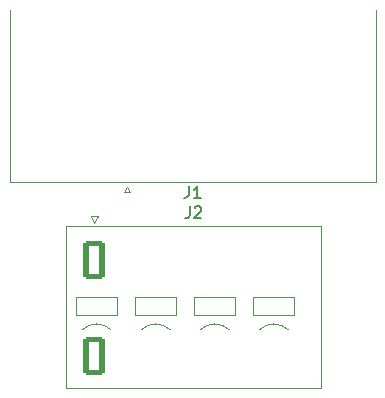
<source format=gbr>
%TF.GenerationSoftware,KiCad,Pcbnew,8.0.0-rc1-51-gba6979a274-dirty*%
%TF.CreationDate,2024-02-05T11:49:36+01:00*%
%TF.ProjectId,sub-d_terminal,7375622d-645f-4746-9572-6d696e616c2e,rev?*%
%TF.SameCoordinates,Original*%
%TF.FileFunction,Legend,Top*%
%TF.FilePolarity,Positive*%
%FSLAX46Y46*%
G04 Gerber Fmt 4.6, Leading zero omitted, Abs format (unit mm)*
G04 Created by KiCad (PCBNEW 8.0.0-rc1-51-gba6979a274-dirty) date 2024-02-05 11:49:36*
%MOMM*%
%LPD*%
G01*
G04 APERTURE LIST*
G04 Aperture macros list*
%AMRoundRect*
0 Rectangle with rounded corners*
0 $1 Rounding radius*
0 $2 $3 $4 $5 $6 $7 $8 $9 X,Y pos of 4 corners*
0 Add a 4 corners polygon primitive as box body*
4,1,4,$2,$3,$4,$5,$6,$7,$8,$9,$2,$3,0*
0 Add four circle primitives for the rounded corners*
1,1,$1+$1,$2,$3*
1,1,$1+$1,$4,$5*
1,1,$1+$1,$6,$7*
1,1,$1+$1,$8,$9*
0 Add four rect primitives between the rounded corners*
20,1,$1+$1,$2,$3,$4,$5,0*
20,1,$1+$1,$4,$5,$6,$7,0*
20,1,$1+$1,$6,$7,$8,$9,0*
20,1,$1+$1,$8,$9,$2,$3,0*%
G04 Aperture macros list end*
%ADD10C,0.150000*%
%ADD11C,0.120000*%
%ADD12RoundRect,0.250000X-0.650000X-1.400000X0.650000X-1.400000X0.650000X1.400000X-0.650000X1.400000X0*%
%ADD13O,1.800000X3.300000*%
%ADD14C,4.000000*%
%ADD15R,1.600000X1.600000*%
%ADD16C,1.600000*%
G04 APERTURE END LIST*
D10*
X109216666Y-89300150D02*
X109216666Y-90014435D01*
X109216666Y-90014435D02*
X109169047Y-90157292D01*
X109169047Y-90157292D02*
X109073809Y-90252531D01*
X109073809Y-90252531D02*
X108930952Y-90300150D01*
X108930952Y-90300150D02*
X108835714Y-90300150D01*
X109645238Y-89395388D02*
X109692857Y-89347769D01*
X109692857Y-89347769D02*
X109788095Y-89300150D01*
X109788095Y-89300150D02*
X110026190Y-89300150D01*
X110026190Y-89300150D02*
X110121428Y-89347769D01*
X110121428Y-89347769D02*
X110169047Y-89395388D01*
X110169047Y-89395388D02*
X110216666Y-89490626D01*
X110216666Y-89490626D02*
X110216666Y-89585864D01*
X110216666Y-89585864D02*
X110169047Y-89728721D01*
X110169047Y-89728721D02*
X109597619Y-90300150D01*
X109597619Y-90300150D02*
X110216666Y-90300150D01*
X109156666Y-87585150D02*
X109156666Y-88299435D01*
X109156666Y-88299435D02*
X109109047Y-88442292D01*
X109109047Y-88442292D02*
X109013809Y-88537531D01*
X109013809Y-88537531D02*
X108870952Y-88585150D01*
X108870952Y-88585150D02*
X108775714Y-88585150D01*
X110156666Y-88585150D02*
X109585238Y-88585150D01*
X109870952Y-88585150D02*
X109870952Y-87585150D01*
X109870952Y-87585150D02*
X109775714Y-87728007D01*
X109775714Y-87728007D02*
X109680476Y-87823245D01*
X109680476Y-87823245D02*
X109585238Y-87870864D01*
D11*
%TO.C,J2*%
X98740000Y-90935331D02*
X120360000Y-90935331D01*
X98740000Y-104655331D02*
X98740000Y-90935331D01*
X99600000Y-96995331D02*
X99600000Y-98495331D01*
X99600000Y-98495331D02*
X103100000Y-98495331D01*
X100850000Y-90135331D02*
X101150000Y-90735331D01*
X100850000Y-90135331D02*
X101450000Y-90135331D01*
X101450000Y-90135331D02*
X101150000Y-90735331D01*
X103100000Y-96995331D02*
X99600000Y-96995331D01*
X103100000Y-98495331D02*
X103100000Y-96995331D01*
X104600000Y-96995331D02*
X104600000Y-98495331D01*
X104600000Y-98495331D02*
X108100000Y-98495331D01*
X108100000Y-96995331D02*
X104600000Y-96995331D01*
X108100000Y-98495331D02*
X108100000Y-96995331D01*
X109600000Y-96995331D02*
X109600000Y-98495331D01*
X109600000Y-98495331D02*
X113100000Y-98495331D01*
X113100000Y-96995331D02*
X109600000Y-96995331D01*
X113100000Y-98495331D02*
X113100000Y-96995331D01*
X114600000Y-96995331D02*
X114600000Y-98495331D01*
X114600000Y-98495331D02*
X118100000Y-98495331D01*
X118100000Y-96995331D02*
X114600000Y-96995331D01*
X118100000Y-98495331D02*
X118100000Y-96995331D01*
X120360000Y-90935331D02*
X120360000Y-104655331D01*
X120360000Y-104655331D02*
X98740000Y-104655331D01*
X100112564Y-99757895D02*
G75*
G02*
X102587436Y-99757895I1237436J-1237437D01*
G01*
X105112564Y-99757895D02*
G75*
G02*
X107587436Y-99757895I1237436J-1237437D01*
G01*
X110112564Y-99757895D02*
G75*
G02*
X112587436Y-99757895I1237436J-1237437D01*
G01*
X115112564Y-99757895D02*
G75*
G02*
X117587436Y-99757895I1237436J-1237437D01*
G01*
%TO.C,J1*%
X124975000Y-87190331D02*
X94005000Y-87190331D01*
X124975000Y-72650331D02*
X124975000Y-87190331D01*
X104200000Y-88084669D02*
X103700000Y-88084669D01*
X103950000Y-87651656D02*
X104200000Y-88084669D01*
X103700000Y-88084669D02*
X103950000Y-87651656D01*
X94005000Y-87190331D02*
X94005000Y-72650331D01*
%TD*%
%LPC*%
D12*
%TO.C,J2*%
X101150000Y-93795331D03*
X101150000Y-101995331D03*
D13*
X106150000Y-93795331D03*
X106150000Y-101995331D03*
X111150000Y-93795331D03*
X111150000Y-101995331D03*
X116150000Y-93795331D03*
X116150000Y-101995331D03*
%TD*%
D14*
%TO.C,J1*%
X121990000Y-83910331D03*
X96990000Y-83910331D03*
D15*
X103950000Y-85330331D03*
D16*
X106720000Y-85330331D03*
X109490000Y-85330331D03*
X112260000Y-85330331D03*
X115030000Y-85330331D03*
X105335000Y-82490331D03*
X108105000Y-82490331D03*
X110875000Y-82490331D03*
X113645000Y-82490331D03*
%TD*%
%LPD*%
M02*

</source>
